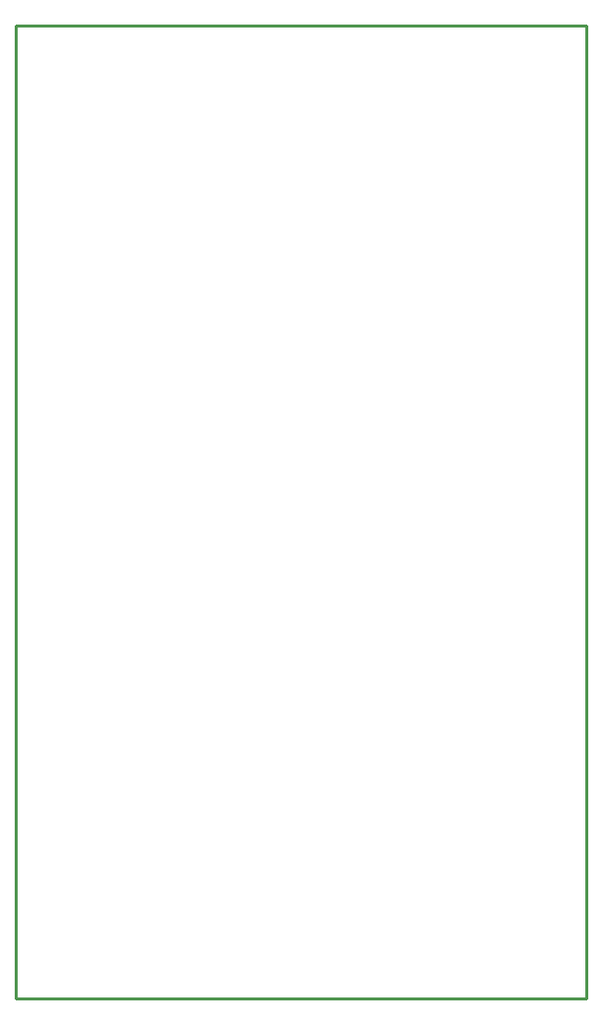
<source format=gbr>
G04 EAGLE Gerber RS-274X export*
G75*
%MOMM*%
%FSLAX34Y34*%
%LPD*%
%IN*%
%IPPOS*%
%AMOC8*
5,1,8,0,0,1.08239X$1,22.5*%
G01*
%ADD10C,0.254000*%


D10*
X292100Y-127000D02*
X784100Y-127000D01*
X784100Y711100D01*
X292100Y711100D01*
X292100Y-127000D01*
M02*

</source>
